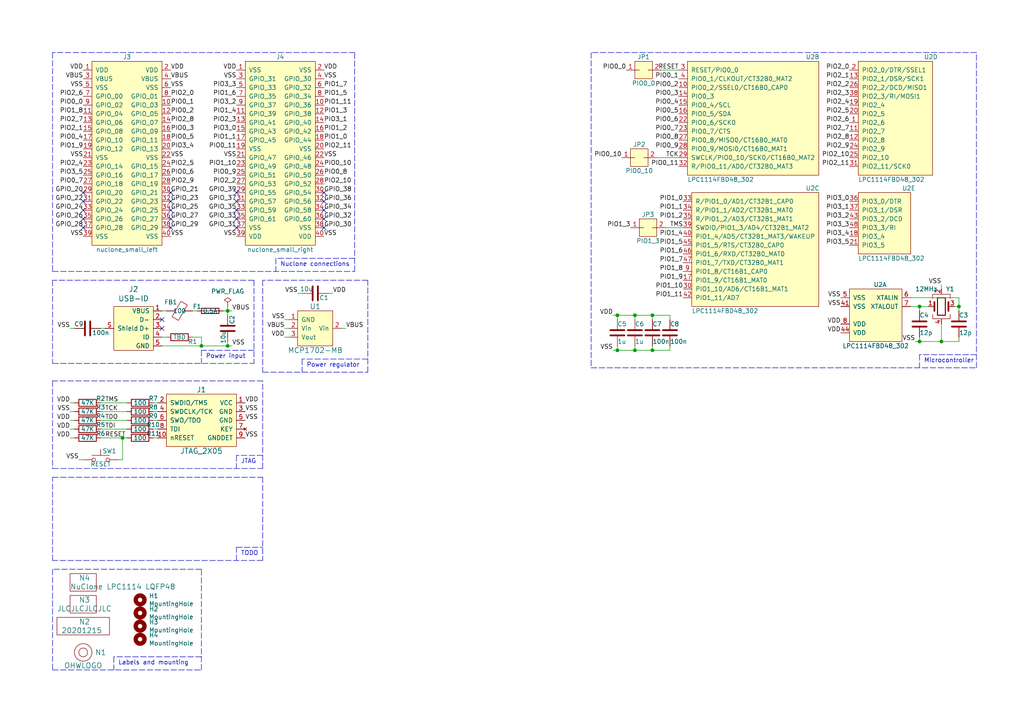
<source format=kicad_sch>
(kicad_sch (version 20211123) (generator eeschema)
  (paper "A4")
  (lib_symbols
    (symbol "Device:C" (pin_numbers hide) (pin_names (offset 0.254))
      (property "Reference" "C" (at 0.635 2.54 0))
      (property "Value" "C" (at 0.635 -2.54 0))
      (symbol "C_0_1"
        (polyline (pts (xy -2.032 -0.762) (xy 2.032 -0.762)) (stroke (width 0.508)))
        (polyline (pts (xy -2.032 0.762) (xy 2.032 0.762)) (stroke (width 0.508)))
      )
      (symbol "C_1_1"
        (pin passive line (at 0 3.81 270) (length 2.794) (name "~") (number "1"))
        (pin passive line (at 0 -3.81 90) (length 2.794) (name "~") (number "2"))
      )
    )
    (symbol "Device:Crystal_GND24" (pin_names (offset 1.016) hide)
      (property "Reference" "Y" (at 3.175 5.08 0))
      (property "Value" "Crystal_GND24" (at 3.175 3.175 0))
      (symbol "Crystal_GND24_0_1"
        (rectangle (start -1.143 2.54) (end 1.143 -2.54) (stroke (width 0.3048)))
        (polyline (pts (xy -2.54 0) (xy -2.032 0)))
        (polyline (pts (xy -2.032 -1.27) (xy -2.032 1.27)) (stroke (width 0.508)))
        (polyline (pts (xy 0 -3.81) (xy 0 -3.556)))
        (polyline (pts (xy 0 3.556) (xy 0 3.81)))
        (polyline (pts (xy 2.032 -1.27) (xy 2.032 1.27)) (stroke (width 0.508)))
        (polyline (pts (xy 2.032 0) (xy 2.54 0)))
        (polyline (pts (xy -2.54 -2.286) (xy -2.54 -3.556) (xy 2.54 -3.556) (xy 2.54 -2.286)))
        (polyline (pts (xy -2.54 2.286) (xy -2.54 3.556) (xy 2.54 3.556) (xy 2.54 2.286)))
      )
      (symbol "Crystal_GND24_1_1"
        (pin passive line (at -3.81 0 0) (length 1.27) (name "1") (number "1"))
        (pin passive line (at 0 5.08 270) (length 1.27) (name "2") (number "2"))
        (pin passive line (at 3.81 0 180) (length 1.27) (name "3") (number "3"))
        (pin passive line (at 0 -5.08 90) (length 1.27) (name "4") (number "4"))
      )
    )
    (symbol "Device:FerriteBead" (pin_numbers hide) (pin_names (offset 0))
      (property "Reference" "FB" (at -3.81 0.635 90))
      (property "Value" "FerriteBead" (at 3.81 0 90))
      (symbol "FerriteBead_0_1"
        (polyline (pts (xy 0 -1.27) (xy 0 -1.2192)))
        (polyline (pts (xy 0 1.27) (xy 0 1.2954)))
        (polyline (pts (xy -2.7686 0.4064) (xy -1.7018 2.2606) (xy 2.7686 -0.3048) (xy 1.6764 -2.159) (xy -2.7686 0.4064)))
      )
      (symbol "FerriteBead_1_1"
        (pin passive line (at 0 3.81 270) (length 2.54) (name "~") (number "1"))
        (pin passive line (at 0 -3.81 90) (length 2.54) (name "~") (number "2"))
      )
    )
    (symbol "Device:Fuse" (pin_numbers hide) (pin_names (offset 0))
      (property "Reference" "F" (at 2.032 0 90))
      (property "Value" "Fuse" (at -1.905 0 90))
      (symbol "Fuse_0_1"
        (rectangle (start -0.762 -2.54) (end 0.762 2.54) (stroke (width 0.254)))
        (polyline (pts (xy 0 2.54) (xy 0 -2.54)))
      )
      (symbol "Fuse_1_1"
        (pin passive line (at 0 3.81 270) (length 1.27) (name "~") (number "1"))
        (pin passive line (at 0 -3.81 90) (length 1.27) (name "~") (number "2"))
      )
    )
    (symbol "Device:R" (pin_numbers hide) (pin_names (offset 0))
      (property "Reference" "R" (at 2.032 0 90))
      (property "Value" "R" (at 0 0 90))
      (symbol "R_0_1"
        (rectangle (start -1.016 -2.54) (end 1.016 2.54) (stroke (width 0.254)))
      )
      (symbol "R_1_1"
        (pin passive line (at 0 3.81 270) (length 1.27) (name "~") (number "1"))
        (pin passive line (at 0 -3.81 90) (length 1.27) (name "~") (number "2"))
      )
    )
    (symbol "Mechanical:MountingHole" (pin_names (offset 1.016))
      (property "Reference" "H" (at 0 5.08 0))
      (property "Value" "MountingHole" (at 0 3.175 0))
      (symbol "MountingHole_0_1"
        (circle (center 0 0) (radius 1.27) (stroke (width 1.27)))
      )
    )
    (symbol "SquantorConnectorsNamed:JTAG_2X05_IN" (pin_names (offset 1.016))
      (property "Reference" "J" (at 0 8.89 0))
      (property "Value" "JTAG_2X05_IN" (at 0 -8.89 0))
      (symbol "JTAG_2X05_IN_0_1"
        (rectangle (start -10.16 7.62) (end 10.16 -7.62) (fill (type background)))
      )
      (symbol "JTAG_2X05_IN_1_1"
        (pin power_in line (at 12.7 5.08 180) (length 2.54) (name "VCC") (number "1"))
        (pin open_collector line (at -12.7 -5.08 0) (length 2.54) (name "nRESET") (number "10"))
        (pin bidirectional line (at -12.7 5.08 0) (length 2.54) (name "SWDIO/TMS") (number "2"))
        (pin power_in line (at 12.7 2.54 180) (length 2.54) (name "GND") (number "3"))
        (pin output line (at -12.7 2.54 0) (length 2.54) (name "SWDCLK/TCK") (number "4"))
        (pin power_in line (at 12.7 0 180) (length 2.54) (name "GND") (number "5"))
        (pin output line (at -12.7 0 0) (length 2.54) (name "SWO/TDO") (number "6"))
        (pin no_connect line (at 12.7 -2.54 180) (length 2.54) (name "KEY") (number "7"))
        (pin input line (at -12.7 -2.54 0) (length 2.54) (name "TDI") (number "8"))
        (pin power_in line (at 12.7 -5.08 180) (length 2.54) (name "GNDDET") (number "9"))
      )
    )
    (symbol "SquantorConnectorsNamed:nuclone_medium_left" (pin_names (offset 1.016))
      (property "Reference" "J" (at 0 27.94 0))
      (property "Value" "nuclone_medium_left" (at 0 -27.94 0))
      (symbol "nuclone_medium_left_0_1"
        (rectangle (start -10.16 26.67) (end 10.16 -26.67) (fill (type background)))
      )
      (symbol "nuclone_medium_left_1_1"
        (pin power_in line (at -12.7 24.13 0) (length 2.54) (name "VDD") (number "1"))
        (pin bidirectional line (at 12.7 13.97 180) (length 2.54) (name "GPIO_03") (number "10"))
        (pin bidirectional line (at -12.7 11.43 0) (length 2.54) (name "GPIO_04") (number "11"))
        (pin bidirectional line (at 12.7 11.43 180) (length 2.54) (name "GPIO_05") (number "12"))
        (pin bidirectional line (at -12.7 8.89 0) (length 2.54) (name "GPIO_06") (number "13"))
        (pin bidirectional line (at 12.7 8.89 180) (length 2.54) (name "GPIO_07") (number "14"))
        (pin bidirectional line (at -12.7 6.35 0) (length 2.54) (name "GPIO_08") (number "15"))
        (pin bidirectional line (at 12.7 6.35 180) (length 2.54) (name "GPIO_09") (number "16"))
        (pin bidirectional line (at -12.7 3.81 0) (length 2.54) (name "GPIO_10") (number "17"))
        (pin bidirectional line (at 12.7 3.81 180) (length 2.54) (name "GPIO_11") (number "18"))
        (pin bidirectional line (at -12.7 1.27 0) (length 2.54) (name "GPIO_12") (number "19"))
        (pin power_in line (at 12.7 24.13 180) (length 2.54) (name "VDD") (number "2"))
        (pin bidirectional line (at 12.7 1.27 180) (length 2.54) (name "GPIO_13") (number "20"))
        (pin power_in line (at -12.7 -1.27 0) (length 2.54) (name "VSS") (number "21"))
        (pin power_in line (at 12.7 -1.27 180) (length 2.54) (name "VSS") (number "22"))
        (pin bidirectional line (at -12.7 -3.81 0) (length 2.54) (name "GPIO_14") (number "23"))
        (pin bidirectional line (at 12.7 -3.81 180) (length 2.54) (name "GPIO_15") (number "24"))
        (pin bidirectional line (at -12.7 -6.35 0) (length 2.54) (name "GPIO_16") (number "25"))
        (pin bidirectional line (at 12.7 -6.35 180) (length 2.54) (name "GPIO_17") (number "26"))
        (pin bidirectional line (at -12.7 -8.89 0) (length 2.54) (name "GPIO_18") (number "27"))
        (pin bidirectional line (at 12.7 -8.89 180) (length 2.54) (name "GPIO_19") (number "28"))
        (pin bidirectional line (at -12.7 -11.43 0) (length 2.54) (name "GPIO_20") (number "29"))
        (pin power_in line (at -12.7 21.59 0) (length 2.54) (name "VBUS") (number "3"))
        (pin bidirectional line (at 12.7 -11.43 180) (length 2.54) (name "GPIO_21") (number "30"))
        (pin bidirectional line (at -12.7 -13.97 0) (length 2.54) (name "GPIO_22") (number "31"))
        (pin bidirectional line (at 12.7 -13.97 180) (length 2.54) (name "GPIO_23") (number "32"))
        (pin bidirectional line (at -12.7 -16.51 0) (length 2.54) (name "GPIO_24") (number "33"))
        (pin bidirectional line (at 12.7 -16.51 180) (length 2.54) (name "GPIO_25") (number "34"))
        (pin bidirectional line (at -12.7 -19.05 0) (length 2.54) (name "GPIO_26") (number "35"))
        (pin bidirectional line (at 12.7 -19.05 180) (length 2.54) (name "GPIO_27") (number "36"))
        (pin bidirectional line (at -12.7 -21.59 0) (length 2.54) (name "GPIO_28") (number "37"))
        (pin bidirectional line (at 12.7 -21.59 180) (length 2.54) (name "GPIO_29") (number "38"))
        (pin power_in line (at -12.7 -24.13 0) (length 2.54) (name "VSS") (number "39"))
        (pin power_in line (at 12.7 21.59 180) (length 2.54) (name "VBUS") (number "4"))
        (pin power_in line (at 12.7 -24.13 180) (length 2.54) (name "VSS") (number "40"))
        (pin power_in line (at -12.7 19.05 0) (length 2.54) (name "VSS") (number "5"))
        (pin power_in line (at 12.7 19.05 180) (length 2.54) (name "VSS") (number "6"))
        (pin bidirectional line (at -12.7 16.51 0) (length 2.54) (name "GPIO_00") (number "7"))
        (pin bidirectional line (at 12.7 16.51 180) (length 2.54) (name "GPIO_01") (number "8"))
        (pin bidirectional line (at -12.7 13.97 0) (length 2.54) (name "GPIO_02") (number "9"))
      )
    )
    (symbol "SquantorConnectorsNamed:nuclone_medium_right" (pin_names (offset 1.016))
      (property "Reference" "J" (at 0 27.94 0))
      (property "Value" "nuclone_medium_right" (at 0 -27.94 0))
      (symbol "nuclone_medium_right_0_1"
        (rectangle (start 10.16 -26.67) (end -10.16 26.67) (fill (type background)))
      )
      (symbol "nuclone_medium_right_1_1"
        (pin power_in line (at 12.7 -24.13 180) (length 2.54) (name "VSS") (number "1"))
        (pin bidirectional line (at -12.7 -13.97 0) (length 2.54) (name "GPIO_36") (number "10"))
        (pin bidirectional line (at 12.7 -11.43 180) (length 2.54) (name "GPIO_39") (number "11"))
        (pin bidirectional line (at -12.7 -11.43 0) (length 2.54) (name "GPIO_38") (number "12"))
        (pin bidirectional line (at 12.7 -8.89 180) (length 2.54) (name "GPIO_41") (number "13"))
        (pin bidirectional line (at -12.7 -8.89 0) (length 2.54) (name "GPIO_40") (number "14"))
        (pin bidirectional line (at 12.7 -6.35 180) (length 2.54) (name "GPIO_43") (number "15"))
        (pin bidirectional line (at -12.7 -6.35 0) (length 2.54) (name "GPIO_42") (number "16"))
        (pin bidirectional line (at 12.7 -3.81 180) (length 2.54) (name "GPIO_45") (number "17"))
        (pin bidirectional line (at -12.7 -3.81 0) (length 2.54) (name "GPIO_44") (number "18"))
        (pin power_in line (at 12.7 -1.27 180) (length 2.54) (name "VSS") (number "19"))
        (pin power_in line (at -12.7 -24.13 0) (length 2.54) (name "VSS") (number "2"))
        (pin power_in line (at -12.7 -1.27 0) (length 2.54) (name "VSS") (number "20"))
        (pin bidirectional line (at 12.7 1.27 180) (length 2.54) (name "GPIO_47") (number "21"))
        (pin bidirectional line (at -12.7 1.27 0) (length 2.54) (name "GPIO_46") (number "22"))
        (pin bidirectional line (at 12.7 3.81 180) (length 2.54) (name "GPIO_49") (number "23"))
        (pin bidirectional line (at -12.7 3.81 0) (length 2.54) (name "GPIO_48") (number "24"))
        (pin bidirectional line (at 12.7 6.35 180) (length 2.54) (name "GPIO_51") (number "25"))
        (pin bidirectional line (at -12.7 6.35 0) (length 2.54) (name "GPIO_50") (number "26"))
        (pin bidirectional line (at 12.7 8.89 180) (length 2.54) (name "GPIO_53") (number "27"))
        (pin bidirectional line (at -12.7 8.89 0) (length 2.54) (name "GPIO_52") (number "28"))
        (pin bidirectional line (at 12.7 11.43 180) (length 2.54) (name "GPIO_55") (number "29"))
        (pin bidirectional line (at 12.7 -21.59 180) (length 2.54) (name "GPIO_31") (number "3"))
        (pin bidirectional line (at -12.7 11.43 0) (length 2.54) (name "GPIO_54") (number "30"))
        (pin bidirectional line (at 12.7 13.97 180) (length 2.54) (name "GPIO_57") (number "31"))
        (pin bidirectional line (at -12.7 13.97 0) (length 2.54) (name "GPIO_56") (number "32"))
        (pin bidirectional line (at 12.7 16.51 180) (length 2.54) (name "GPIO_59") (number "33"))
        (pin bidirectional line (at -12.7 16.51 0) (length 2.54) (name "GPIO_58") (number "34"))
        (pin bidirectional line (at 12.7 19.05 180) (length 2.54) (name "GPIO_61") (number "35"))
        (pin bidirectional line (at -12.7 19.05 0) (length 2.54) (name "GPIO_60") (number "36"))
        (pin power_in line (at 12.7 21.59 180) (length 2.54) (name "VSS") (number "37"))
        (pin power_in line (at -12.7 21.59 0) (length 2.54) (name "VSS") (number "38"))
        (pin power_in line (at 12.7 24.13 180) (length 2.54) (name "VDD") (number "39"))
        (pin bidirectional line (at -12.7 -21.59 0) (length 2.54) (name "GPIO_30") (number "4"))
        (pin power_in line (at -12.7 24.13 0) (length 2.54) (name "VDD") (number "40"))
        (pin bidirectional line (at 12.7 -19.05 180) (length 2.54) (name "GPIO_33") (number "5"))
        (pin bidirectional line (at -12.7 -19.05 0) (length 2.54) (name "GPIO_32") (number "6"))
        (pin bidirectional line (at 12.7 -16.51 180) (length 2.54) (name "GPIO_35") (number "7"))
        (pin bidirectional line (at -12.7 -16.51 0) (length 2.54) (name "GPIO_34") (number "8"))
        (pin bidirectional line (at 12.7 -13.97 180) (length 2.54) (name "GPIO_37") (number "9"))
      )
    )
    (symbol "SquantorLabels:Label" (pin_names (offset 1.016))
      (property "Reference" "N" (at 0 1.27 0))
      (property "Value" "Label" (at 0 -1.27 0))
      (symbol "Label_0_1"
        (rectangle (start -3.81 2.54) (end 3.81 -2.54))
      )
    )
    (symbol "SquantorLabels:OHWLOGO" (pin_names (offset 1.016))
      (property "Reference" "N" (at 0 3.81 0))
      (property "Value" "OHWLOGO" (at 0 -3.81 0))
      (symbol "OHWLOGO_0_1"
        (circle (center 0 0) (radius 1.27))
        (circle (center 0 0) (radius 2.54))
      )
    )
    (symbol "SquantorLabels:VYYYYMMDD" (pin_names (offset 1.016))
      (property "Reference" "N" (at 0 2.54 0))
      (property "Value" "VYYYYMMDD" (at 0 0 0))
      (symbol "VYYYYMMDD_0_1"
        (rectangle (start 7.62 -1.27) (end -7.62 3.81))
      )
    )
    (symbol "SquantorMicrochip:MCP1702-MB" (pin_names (offset 1.016))
      (property "Reference" "U" (at 0 6.35 0))
      (property "Value" "MCP1702-MB" (at 0 -6.35 0))
      (symbol "MCP1702-MB_0_1"
        (rectangle (start -5.08 5.08) (end 5.08 -5.08) (fill (type background)))
      )
      (symbol "MCP1702-MB_1_1"
        (pin power_in line (at -7.62 2.54 0) (length 2.54) (name "GND") (number "1"))
        (pin power_in line (at -7.62 0 0) (length 2.54) (name "Vin") (number "2"))
        (pin power_in line (at 7.62 0 180) (length 2.54) (name "Vin") (number "2"))
        (pin power_out line (at -7.62 -2.54 0) (length 2.54) (name "Vout") (number "3"))
      )
    )
    (symbol "SquantorNxp:LPC1114FBD48_302" (pin_names (offset 1.016))
      (property "Reference" "U" (at 0 17.78 0))
      (property "Value" "LPC1114FBD48_302" (at 0 -17.78 0))
      (symbol "LPC1114FBD48_302_1_1"
        (rectangle (start -7.62 7.62) (end 7.62 -7.62) (fill (type background)))
        (pin power_in line (at -10.16 2.54 0) (length 2.54) (name "VSS") (number "41"))
        (pin power_in line (at -10.16 -5.08 0) (length 2.54) (name "VDD") (number "44"))
        (pin power_in line (at -10.16 5.08 0) (length 2.54) (name "VSS") (number "5"))
        (pin passive line (at 10.16 5.08 180) (length 2.54) (name "XTALIN") (number "6"))
        (pin passive line (at 10.16 2.54 180) (length 2.54) (name "XTALOUT") (number "7"))
        (pin power_in line (at -10.16 -2.54 0) (length 2.54) (name "VDD") (number "8"))
      )
      (symbol "LPC1114FBD48_302_2_1"
        (rectangle (start -17.78 16.51) (end 20.32 -16.51) (fill (type background)))
        (pin bidirectional line (at -20.32 8.89 0) (length 2.54) (name "PIO0_2/SSEL0/CT16B0_CAP0") (number "10"))
        (pin bidirectional line (at -20.32 6.35 0) (length 2.54) (name "PIO0_3") (number "14"))
        (pin bidirectional line (at -20.32 3.81 0) (length 2.54) (name "PIO0_4/SCL") (number "15"))
        (pin bidirectional line (at -20.32 1.27 0) (length 2.54) (name "PIO0_5/SDA") (number "16"))
        (pin bidirectional line (at -20.32 -1.27 0) (length 2.54) (name "PIO0_6/SCK0") (number "22"))
        (pin bidirectional line (at -20.32 -3.81 0) (length 2.54) (name "PIO0_7/CTS") (number "23"))
        (pin bidirectional line (at -20.32 -6.35 0) (length 2.54) (name "PIO0_8/MISO0/CT16B0_MAT0") (number "27"))
        (pin bidirectional line (at -20.32 -8.89 0) (length 2.54) (name "PIO0_9/MOSI0/CT16B0_MAT1") (number "28"))
        (pin bidirectional line (at -20.32 -11.43 0) (length 2.54) (name "SWCLK/PIO0_10/SCK0/CT16B0_MAT2") (number "29"))
        (pin bidirectional line (at -20.32 13.97 0) (length 2.54) (name "RESET/PIO0_0") (number "3"))
        (pin bidirectional line (at -20.32 -13.97 0) (length 2.54) (name "R/PIO0_11/AD0/CT32B0_MAT3") (number "32"))
        (pin bidirectional line (at -20.32 11.43 0) (length 2.54) (name "PIO0_1/CLKOUT/CT32B0_MAT2") (number "4"))
      )
      (symbol "LPC1114FBD48_302_3_1"
        (rectangle (start -17.78 16.51) (end 19.05 -16.51) (fill (type background)))
        (pin bidirectional line (at -20.32 -8.89 0) (length 2.54) (name "PIO1_9/CT16B1_MAT0") (number "17"))
        (pin bidirectional line (at -20.32 -11.43 0) (length 2.54) (name "PIO1_10/AD6/CT16B1_MAT1") (number "30"))
        (pin bidirectional line (at -20.32 13.97 0) (length 2.54) (name "R/PIO1_0/AD1/CT32B1_CAP0") (number "33"))
        (pin bidirectional line (at -20.32 11.43 0) (length 2.54) (name "R/PIO1_1/AD2/CT32B1_MAT0") (number "34"))
        (pin bidirectional line (at -20.32 8.89 0) (length 2.54) (name "R/PIO1_2/AD3/CT32B1_MAT1") (number "35"))
        (pin bidirectional line (at -20.32 6.35 0) (length 2.54) (name "SWDIO/PIO1_3/AD4/CT32B1_MAT2") (number "39"))
        (pin bidirectional line (at -20.32 3.81 0) (length 2.54) (name "PIO1_4/AD5/CT32B1_MAT3/WAKEUP") (number "40"))
        (pin bidirectional line (at -20.32 -13.97 0) (length 2.54) (name "PIO1_11/AD7") (number "42"))
        (pin bidirectional line (at -20.32 1.27 0) (length 2.54) (name "PIO1_5/RTS/CT32B0_CAP0") (number "45"))
        (pin bidirectional line (at -20.32 -1.27 0) (length 2.54) (name "PIO1_6/RXD/CT32B0_MAT0") (number "46"))
        (pin bidirectional line (at -20.32 -3.81 0) (length 2.54) (name "PIO1_7/TXD/CT32B0_MAT1") (number "47"))
        (pin bidirectional line (at -20.32 -6.35 0) (length 2.54) (name "PIO1_8/CT16B1_CAP0") (number "9"))
      )
      (symbol "LPC1114FBD48_302_4_1"
        (rectangle (start -10.16 16.51) (end 11.43 -16.51) (fill (type background)))
        (pin bidirectional line (at -12.7 -1.27 0) (length 2.54) (name "PIO2_6") (number "1"))
        (pin bidirectional line (at -12.7 -3.81 0) (length 2.54) (name "PIO2_7") (number "11"))
        (pin bidirectional line (at -12.7 -6.35 0) (length 2.54) (name "PIO2_8") (number "12"))
        (pin bidirectional line (at -12.7 11.43 0) (length 2.54) (name "PIO2_1/DSR/SCK1") (number "13"))
        (pin bidirectional line (at -12.7 3.81 0) (length 2.54) (name "PIO2_4") (number "19"))
        (pin bidirectional line (at -12.7 13.97 0) (length 2.54) (name "PIO2_0/DTR/SSEL1") (number "2"))
        (pin bidirectional line (at -12.7 1.27 0) (length 2.54) (name "PIO2_5") (number "20"))
        (pin bidirectional line (at -12.7 -8.89 0) (length 2.54) (name "PIO2_9") (number "24"))
        (pin bidirectional line (at -12.7 -11.43 0) (length 2.54) (name "PIO2_10") (number "25"))
        (pin bidirectional line (at -12.7 8.89 0) (length 2.54) (name "PIO2_2/DCD/MISO1") (number "26"))
        (pin bidirectional line (at -12.7 -13.97 0) (length 2.54) (name "PIO2_11/SCK0") (number "31"))
        (pin bidirectional line (at -12.7 6.35 0) (length 2.54) (name "PIO2_3/RI/MOSI1") (number "38"))
      )
      (symbol "LPC1114FBD48_302_5_1"
        (rectangle (start -7.62 8.89) (end 7.62 -8.89) (fill (type background)))
        (pin bidirectional line (at -10.16 -3.81 0) (length 2.54) (name "PIO3_4") (number "18"))
        (pin bidirectional line (at -10.16 -6.35 0) (length 2.54) (name "PIO3_5") (number "21"))
        (pin bidirectional line (at -10.16 6.35 0) (length 2.54) (name "PIO3_0/DTR") (number "36"))
        (pin bidirectional line (at -10.16 3.81 0) (length 2.54) (name "PIO3_1/DSR") (number "37"))
        (pin bidirectional line (at -10.16 1.27 0) (length 2.54) (name "PIO3_2/DCD") (number "43"))
        (pin bidirectional line (at -10.16 -1.27 0) (length 2.54) (name "PIO3_3/RI") (number "48"))
      )
    )
    (symbol "SquantorSpecial:Solderjumper_2way_noconn" (pin_names (offset 1.016))
      (property "Reference" "JP" (at 0 3.81 0))
      (property "Value" "Solderjumper_2way_noconn" (at 0 -3.81 0))
      (symbol "Solderjumper_2way_noconn_0_1"
        (rectangle (start -2.54 2.54) (end 2.54 -2.54) (fill (type background)))
        (polyline (pts (xy -2.54 0) (xy -1.27 0)))
        (polyline (pts (xy 2.54 0) (xy 1.27 0)))
      )
      (symbol "Solderjumper_2way_noconn_1_1"
        (pin passive line (at -5.08 0 0) (length 2.54) (name "~") (number "1"))
        (pin passive line (at 5.08 0 180) (length 2.54) (name "~") (number "2"))
      )
    )
    (symbol "SquantorUsb:USB-ID" (pin_names (offset 1.016))
      (property "Reference" "J" (at 0 7.62 0))
      (property "Value" "USB-ID" (at 0 -7.62 0))
      (symbol "USB-ID_0_1"
        (rectangle (start -5.08 6.35) (end 6.35 -6.35) (fill (type background)))
      )
      (symbol "USB-ID_1_1"
        (pin power_out line (at 8.89 5.08 180) (length 2.54) (name "VBUS") (number "1"))
        (pin bidirectional line (at 8.89 2.54 180) (length 2.54) (name "D-") (number "2"))
        (pin bidirectional line (at 8.89 0 180) (length 2.54) (name "D+") (number "3"))
        (pin bidirectional line (at 8.89 -2.54 180) (length 2.54) (name "ID") (number "4"))
        (pin power_out line (at 8.89 -5.08 180) (length 2.54) (name "GND") (number "5"))
        (pin passive line (at -7.62 0 0) (length 2.54) (name "Shield") (number "S"))
      )
    )
    (symbol "Switch:SW_Push" (pin_numbers hide) (pin_names (offset 1.016) hide)
      (property "Reference" "SW" (at 1.27 2.54 0))
      (property "Value" "SW_Push" (at 0 -1.524 0))
      (symbol "SW_Push_0_1"
        (circle (center -2.032 0) (radius 0.508))
        (polyline (pts (xy 0 1.27) (xy 0 3.048)))
        (polyline (pts (xy 2.54 1.27) (xy -2.54 1.27)))
        (circle (center 2.032 0) (radius 0.508))
        (pin passive line (at -5.08 0 0) (length 2.54) (name "1") (number "1"))
        (pin passive line (at 5.08 0 180) (length 2.54) (name "2") (number "2"))
      )
    )
    (symbol "power:PWR_FLAG" (power) (pin_numbers hide) (pin_names (offset 0) hide)
      (property "Value" "PWR_FLAG" (at 0 3.81 0))
      (symbol "PWR_FLAG_0_0"
        (pin power_out line (at 0 0 90) (length 0) (name "pwr") (number "1"))
      )
      (symbol "PWR_FLAG_0_1"
        (polyline (pts (xy 0 0) (xy 0 1.27) (xy -1.016 1.905) (xy 0 2.54) (xy 1.016 1.905) (xy 0 1.27)))
      )
    )
  )
  (junction (at 66.04 100.33))
  (junction (at 179.07 91.44))
  (junction (at 266.7 99.06))
  (junction (at 184.15 91.44))
  (junction (at 66.04 90.17))
  (junction (at 184.15 101.6))
  (junction (at 278.13 88.9))
  (junction (at 58.42 100.33))
  (junction (at 35.56 127))
  (junction (at 266.7 88.9))
  (junction (at 273.05 99.06))
  (junction (at 179.07 101.6))
  (junction (at 189.23 101.6))
  (junction (at 189.23 91.44))
  (no_connect (at 93.98 63.5))
  (no_connect (at 24.13 58.42))
  (no_connect (at 24.13 55.88))
  (no_connect (at 93.98 58.42))
  (no_connect (at 68.58 66.04))
  (no_connect (at 24.13 60.96))
  (no_connect (at 49.53 66.04))
  (no_connect (at 46.99 95.25))
  (no_connect (at 24.13 63.5))
  (no_connect (at 68.58 63.5))
  (no_connect (at 49.53 60.96))
  (no_connect (at 93.98 66.04))
  (no_connect (at 49.53 63.5))
  (no_connect (at 49.53 58.42))
  (no_connect (at 68.58 58.42))
  (no_connect (at 68.58 60.96))
  (no_connect (at 93.98 60.96))
  (no_connect (at 24.13 66.04))
  (no_connect (at 93.98 55.88))
  (no_connect (at 49.53 55.88))
  (no_connect (at 68.58 55.88))
  (no_connect (at 46.99 92.71))
  (polyline (pts (xy 73.66 81.28) (xy 15.24 81.28)))
  (wire (pts (xy 82.55 97.79) (xy 83.82 97.79)))
  (polyline (pts (xy 106.68 104.14) (xy 87.63 104.14)))
  (wire (pts (xy 193.04 66.04) (xy 198.12 66.04)))
  (polyline (pts (xy 171.45 15.24) (xy 171.45 106.68)))
  (wire (pts (xy 35.56 133.35) (xy 34.29 133.35)))
  (wire (pts (xy 66.04 91.44) (xy 66.04 90.17)))
  (wire (pts (xy 265.43 99.06) (xy 266.7 99.06)))
  (wire (pts (xy 21.59 124.46) (xy 20.32 124.46)))
  (wire (pts (xy 46.99 97.79) (xy 48.26 97.79)))
  (wire (pts (xy 44.45 116.84) (xy 45.72 116.84)))
  (polyline (pts (xy 76.2 132.08) (xy 68.58 132.08)))
  (wire (pts (xy 55.88 90.17) (xy 57.15 90.17)))
  (wire (pts (xy 46.99 90.17) (xy 48.26 90.17)))
  (wire (pts (xy 179.07 101.6) (xy 184.15 101.6)))
  (wire (pts (xy 266.7 99.06) (xy 266.7 97.79)))
  (wire (pts (xy 24.13 133.35) (xy 22.86 133.35)))
  (wire (pts (xy 194.31 91.44) (xy 194.31 92.71)))
  (wire (pts (xy 189.23 91.44) (xy 194.31 91.44)))
  (wire (pts (xy 266.7 88.9) (xy 269.24 88.9)))
  (wire (pts (xy 179.07 92.71) (xy 179.07 91.44)))
  (wire (pts (xy 66.04 100.33) (xy 67.31 100.33)))
  (polyline (pts (xy 15.24 110.49) (xy 15.24 135.89)))
  (polyline (pts (xy 102.87 78.74) (xy 102.87 15.24)))
  (polyline (pts (xy 266.7 102.87) (xy 266.7 106.68)))
  (wire (pts (xy 196.85 45.72) (xy 190.5 45.72)))
  (wire (pts (xy 264.16 88.9) (xy 266.7 88.9)))
  (polyline (pts (xy 15.24 15.24) (xy 15.24 78.74)))
  (polyline (pts (xy 15.24 138.43) (xy 76.2 138.43)))
  (wire (pts (xy 44.45 121.92) (xy 45.72 121.92)))
  (polyline (pts (xy 106.68 81.28) (xy 76.2 81.28)))
  (wire (pts (xy 29.21 119.38) (xy 36.83 119.38)))
  (polyline (pts (xy 102.87 15.24) (xy 15.24 15.24)))
  (polyline (pts (xy 15.24 78.74) (xy 102.87 78.74)))
  (wire (pts (xy 82.55 92.71) (xy 83.82 92.71)))
  (polyline (pts (xy 76.2 135.89) (xy 76.2 110.49)))
  (polyline (pts (xy 58.42 165.1) (xy 15.24 165.1)))
  (wire (pts (xy 184.15 92.71) (xy 184.15 91.44)))
  (wire (pts (xy 66.04 99.06) (xy 66.04 100.33)))
  (wire (pts (xy 273.05 83.82) (xy 273.05 82.55)))
  (polyline (pts (xy 106.68 107.95) (xy 106.68 81.28)))
  (polyline (pts (xy 58.42 101.6) (xy 58.42 105.41)))
  (wire (pts (xy 29.21 121.92) (xy 36.83 121.92)))
  (polyline (pts (xy 80.01 74.93) (xy 80.01 78.74)))
  (wire (pts (xy 100.33 95.25) (xy 99.06 95.25)))
  (wire (pts (xy 29.21 95.25) (xy 30.48 95.25)))
  (polyline (pts (xy 171.45 106.68) (xy 283.21 106.68)))
  (wire (pts (xy 278.13 99.06) (xy 273.05 99.06)))
  (wire (pts (xy 184.15 91.44) (xy 189.23 91.44)))
  (wire (pts (xy 179.07 100.33) (xy 179.07 101.6)))
  (wire (pts (xy 58.42 100.33) (xy 66.04 100.33)))
  (wire (pts (xy 45.72 127) (xy 44.45 127)))
  (polyline (pts (xy 102.87 74.93) (xy 80.01 74.93)))
  (wire (pts (xy 177.8 91.44) (xy 179.07 91.44)))
  (wire (pts (xy 189.23 100.33) (xy 189.23 101.6)))
  (polyline (pts (xy 15.24 135.89) (xy 76.2 135.89)))
  (polyline (pts (xy 58.42 194.31) (xy 58.42 165.1)))
  (wire (pts (xy 20.32 127) (xy 21.59 127)))
  (wire (pts (xy 95.25 85.09) (xy 96.52 85.09)))
  (wire (pts (xy 44.45 119.38) (xy 45.72 119.38)))
  (polyline (pts (xy 76.2 81.28) (xy 76.2 107.95)))
  (polyline (pts (xy 68.58 132.08) (xy 68.58 135.89)))
  (wire (pts (xy 20.32 121.92) (xy 21.59 121.92)))
  (wire (pts (xy 273.05 99.06) (xy 266.7 99.06)))
  (wire (pts (xy 21.59 119.38) (xy 20.32 119.38)))
  (wire (pts (xy 86.36 85.09) (xy 87.63 85.09)))
  (polyline (pts (xy 15.24 105.41) (xy 73.66 105.41)))
  (polyline (pts (xy 73.66 101.6) (xy 58.42 101.6)))
  (wire (pts (xy 189.23 92.71) (xy 189.23 91.44)))
  (wire (pts (xy 278.13 86.36) (xy 278.13 88.9)))
  (wire (pts (xy 276.86 88.9) (xy 278.13 88.9)))
  (polyline (pts (xy 76.2 110.49) (xy 15.24 110.49)))
  (wire (pts (xy 264.16 86.36) (xy 278.13 86.36)))
  (wire (pts (xy 46.99 100.33) (xy 58.42 100.33)))
  (wire (pts (xy 266.7 88.9) (xy 266.7 90.17)))
  (polyline (pts (xy 76.2 138.43) (xy 76.2 162.56)))
  (wire (pts (xy 29.21 116.84) (xy 36.83 116.84)))
  (wire (pts (xy 66.04 90.17) (xy 64.77 90.17)))
  (wire (pts (xy 278.13 97.79) (xy 278.13 99.06)))
  (polyline (pts (xy 15.24 194.31) (xy 58.42 194.31)))
  (wire (pts (xy 184.15 101.6) (xy 189.23 101.6)))
  (polyline (pts (xy 76.2 107.95) (xy 106.68 107.95)))
  (wire (pts (xy 191.77 20.32) (xy 196.85 20.32)))
  (wire (pts (xy 20.32 116.84) (xy 21.59 116.84)))
  (wire (pts (xy 29.21 124.46) (xy 36.83 124.46)))
  (polyline (pts (xy 73.66 81.28) (xy 73.66 105.41)))
  (polyline (pts (xy 87.63 104.14) (xy 87.63 107.95)))
  (wire (pts (xy 83.82 95.25) (xy 82.55 95.25)))
  (polyline (pts (xy 68.58 158.75) (xy 76.2 158.75)))
  (polyline (pts (xy 76.2 162.56) (xy 15.24 162.56)))
  (wire (pts (xy 179.07 91.44) (xy 184.15 91.44)))
  (polyline (pts (xy 15.24 162.56) (xy 15.24 138.43)))
  (wire (pts (xy 184.15 100.33) (xy 184.15 101.6)))
  (wire (pts (xy 189.23 101.6) (xy 194.31 101.6)))
  (wire (pts (xy 36.83 127) (xy 35.56 127)))
  (wire (pts (xy 35.56 127) (xy 35.56 133.35)))
  (wire (pts (xy 29.21 127) (xy 35.56 127)))
  (polyline (pts (xy 68.58 162.56) (xy 68.58 158.75)))
  (polyline (pts (xy 33.02 190.5) (xy 33.02 194.31)))
  (wire (pts (xy 177.8 101.6) (xy 179.07 101.6)))
  (wire (pts (xy 67.31 90.17) (xy 66.04 90.17)))
  (polyline (pts (xy 15.24 165.1) (xy 15.24 194.31)))
  (wire (pts (xy 58.42 97.79) (xy 58.42 100.33)))
  (wire (pts (xy 278.13 88.9) (xy 278.13 90.17)))
  (wire (pts (xy 194.31 101.6) (xy 194.31 100.33)))
  (polyline (pts (xy 283.21 102.87) (xy 266.7 102.87)))
  (wire (pts (xy 55.88 97.79) (xy 58.42 97.79)))
  (polyline (pts (xy 58.42 190.5) (xy 33.02 190.5)))
  (polyline (pts (xy 15.24 81.28) (xy 15.24 105.41)))
  (polyline (pts (xy 283.21 106.68) (xy 283.21 15.24)))
  (wire (pts (xy 20.32 95.25) (xy 21.59 95.25)))
  (polyline (pts (xy 283.21 15.24) (xy 171.45 15.24)))
  (wire (pts (xy 45.72 124.46) (xy 44.45 124.46)))
  (wire (pts (xy 273.05 93.98) (xy 273.05 99.06)))
  (wire (pts (xy 66.04 90.17) (xy 66.04 88.9)))
  (text "TODO" (at 69.85 161.29 0) (effects (font (size 1.27 1.27)) (justify left bottom)))
  (text "Power input" (at 59.69 104.14 0) (effects (font (size 1.27 1.27)) (justify left bottom)))
  (text "Labels and mounting" (at 34.29 193.04 0) (effects (font (size 1.27 1.27)) (justify left bottom)))
  (text "Microcontroller" (at 267.97 105.41 0) (effects (font (size 1.27 1.27)) (justify left bottom)))
  (text "Nuclone connections" (at 81.28 77.47 0) (effects (font (size 1.27 1.27)) (justify left bottom)))
  (text "JTAG" (at 69.85 134.62 0) (effects (font (size 1.27 1.27)) (justify left bottom)))
  (text "Power regulator" (at 88.9 106.68 0) (effects (font (size 1.27 1.27)) (justify left bottom)))
  (label "VDD" (at 177.8 91.44 180))
  (label "PIO2_3" (at 246.38 27.94 180))
  (label "VSS" (at 273.05 82.55 180))
  (label "VDD" (at 71.12 116.84 0))
  (label "GPIO_35" (at 68.58 60.96 180))
  (label "PIO2_0" (at 49.53 27.94 0))
  (label "VSS" (at 71.12 119.38 0))
  (label "PIO1_5" (at 93.98 27.94 0))
  (label "VBUS" (at 67.31 90.17 0))
  (label "PIO1_6" (at 68.58 27.94 180))
  (label "VBUS" (at 49.53 22.86 0))
  (label "PIO0_3" (at 49.53 38.1 0))
  (label "PIO2_4" (at 246.38 30.48 180))
  (label "VSS" (at 93.98 45.72 0))
  (label "VDD" (at 20.32 124.46 180))
  (label "PIO1_8" (at 198.12 78.74 180))
  (label "PIO0_7" (at 24.13 53.34 180))
  (label "PIO0_11" (at 68.58 43.18 180))
  (label "PIO3_0" (at 68.58 38.1 180))
  (label "GPIO_20" (at 24.13 55.88 180))
  (label "PIO3_2" (at 246.38 63.5 180))
  (label "PIO3_3" (at 68.58 25.4 180))
  (label "PIO2_6" (at 246.38 35.56 180))
  (label "GPIO_36" (at 93.98 58.42 0))
  (label "VSS" (at 68.58 68.58 180))
  (label "PIO0_1" (at 196.85 22.86 180))
  (label "PIO1_9" (at 198.12 81.28 180))
  (label "PIO1_6" (at 198.12 73.66 180))
  (label "PIO0_2" (at 49.53 33.02 0))
  (label "VDD" (at 20.32 121.92 180))
  (label "GPIO_29" (at 49.53 66.04 0))
  (label "VSS" (at 49.53 68.58 0))
  (label "PIO3_3" (at 246.38 66.04 180))
  (label "PIO1_10" (at 198.12 83.82 180))
  (label "PIO0_2" (at 196.85 25.4 180))
  (label "GPIO_26" (at 24.13 63.5 180))
  (label "VDD" (at 24.13 20.32 180))
  (label "PIO2_6" (at 24.13 27.94 180))
  (label "VSS" (at 20.32 119.38 180))
  (label "GPIO_33" (at 68.58 63.5 180))
  (label "PIO0_10" (at 180.34 45.72 180))
  (label "GPIO_39" (at 68.58 55.88 180))
  (label "PIO3_1" (at 246.38 60.96 180))
  (label "VSS" (at 243.84 88.9 180))
  (label "PIO0_9" (at 68.58 50.8 180))
  (label "PIO0_8" (at 93.98 50.8 0))
  (label "RESET" (at 30.48 127 0))
  (label "PIO0_5" (at 49.53 40.64 0))
  (label "PIO1_7" (at 198.12 76.2 180))
  (label "PIO1_1" (at 68.58 40.64 180))
  (label "PIO2_10" (at 246.38 45.72 180))
  (label "PIO1_8" (at 24.13 33.02 180))
  (label "PIO2_8" (at 49.53 35.56 0))
  (label "PIO2_11" (at 93.98 43.18 0))
  (label "GPIO_32" (at 93.98 63.5 0))
  (label "GPIO_25" (at 49.53 60.96 0))
  (label "PIO0_4" (at 24.13 40.64 180))
  (label "VSS" (at 24.13 68.58 180))
  (label "VSS" (at 68.58 22.86 180))
  (label "VSS" (at 82.55 92.71 180))
  (label "PIO2_11" (at 246.38 48.26 180))
  (label "GPIO_21" (at 49.53 55.88 0))
  (label "PIO2_2" (at 246.38 25.4 180))
  (label "VSS" (at 86.36 85.09 180))
  (label "PIO1_1" (at 198.12 60.96 180))
  (label "GPIO_27" (at 49.53 63.5 0))
  (label "TCK" (at 196.85 45.72 180))
  (label "PIO0_7" (at 196.85 38.1 180))
  (label "PIO2_2" (at 68.58 53.34 180))
  (label "PIO2_3" (at 68.58 35.56 180))
  (label "GPIO_38" (at 93.98 55.88 0))
  (label "VDD" (at 243.84 96.52 180))
  (label "PIO2_9" (at 246.38 43.18 180))
  (label "VDD" (at 68.58 20.32 180))
  (label "GPIO_37" (at 68.58 58.42 180))
  (label "PIO2_1" (at 246.38 22.86 180))
  (label "PIO0_3" (at 196.85 27.94 180))
  (label "PIO2_7" (at 24.13 35.56 180))
  (label "PIO2_4" (at 24.13 48.26 180))
  (label "PIO1_0" (at 93.98 40.64 0))
  (label "VSS" (at 22.86 133.35 180))
  (label "VSS" (at 49.53 25.4 0))
  (label "PIO2_5" (at 49.53 48.26 0))
  (label "VSS" (at 49.53 45.72 0))
  (label "PIO2_0" (at 246.38 20.32 180))
  (label "GPIO_30" (at 93.98 66.04 0))
  (label "VSS" (at 243.84 86.36 180))
  (label "RESET" (at 196.85 20.32 180))
  (label "PIO3_1" (at 93.98 35.56 0))
  (label "GPIO_23" (at 49.53 58.42 0))
  (label "VDD" (at 20.32 116.84 180))
  (label "GPIO_22" (at 24.13 58.42 180))
  (label "PIO0_8" (at 196.85 40.64 180))
  (label "PIO1_3" (at 93.98 33.02 0))
  (label "PIO2_8" (at 246.38 40.64 180))
  (label "PIO0_0" (at 181.61 20.32 180))
  (label "PIO3_4" (at 246.38 68.58 180))
  (label "TMS" (at 30.48 116.84 0))
  (label "VDD" (at 243.84 93.98 180))
  (label "VSS" (at 93.98 22.86 0))
  (label "VDD" (at 82.55 97.79 180))
  (label "TCK" (at 30.48 119.38 0))
  (label "VSS" (at 93.98 68.58 0))
  (label "PIO0_10" (at 93.98 48.26 0))
  (label "PIO0_11" (at 196.85 48.26 180))
  (label "PIO3_0" (at 246.38 58.42 180))
  (label "PIO0_6" (at 196.85 35.56 180))
  (label "PIO2_1" (at 24.13 38.1 180))
  (label "PIO0_6" (at 49.53 50.8 0))
  (label "VSS" (at 71.12 127 0))
  (label "PIO1_5" (at 198.12 71.12 180))
  (label "VDD" (at 96.52 85.09 0))
  (label "VSS" (at 24.13 45.72 180))
  (label "VDD" (at 93.98 20.32 0))
  (label "VDD" (at 49.53 20.32 0))
  (label "VSS" (at 20.32 95.25 180))
  (label "VSS" (at 24.13 25.4 180))
  (label "PIO1_2" (at 198.12 63.5 180))
  (label "PIO1_9" (at 24.13 43.18 180))
  (label "PIO1_10" (at 68.58 48.26 180))
  (label "PIO1_2" (at 93.98 38.1 0))
  (label "PIO0_5" (at 196.85 33.02 180))
  (label "TDO" (at 30.48 121.92 0))
  (label "PIO0_4" (at 196.85 30.48 180))
  (label "PIO1_4" (at 198.12 68.58 180))
  (label "VSS" (at 177.8 101.6 180))
  (label "PIO1_3" (at 182.88 66.04 180))
  (label "GPIO_31" (at 68.58 66.04 180))
  (label "TDI" (at 30.48 124.46 0))
  (label "PIO1_11" (at 198.12 86.36 180))
  (label "PIO0_0" (at 24.13 30.48 180))
  (label "PIO3_2" (at 68.58 30.48 180))
  (label "PIO1_11" (at 93.98 30.48 0))
  (label "PIO2_9" (at 49.53 53.34 0))
  (label "PIO3_5" (at 24.13 50.8 180))
  (label "VBUS" (at 82.55 95.25 180))
  (label "VSS" (at 71.12 121.92 0))
  (label "TMS" (at 198.12 66.04 180))
  (label "VBUS" (at 100.33 95.25 0))
  (label "PIO3_5" (at 246.38 71.12 180))
  (label "PIO0_9" (at 196.85 43.18 180))
  (label "PIO3_4" (at 49.53 43.18 0))
  (label "PIO2_10" (at 93.98 53.34 0))
  (label "PIO2_5" (at 246.38 33.02 180))
  (label "VBUS" (at 24.13 22.86 180))
  (label "VDD" (at 20.32 127 180))
  (label "GPIO_28" (at 24.13 66.04 180))
  (label "PIO1_4" (at 68.58 33.02 180))
  (label "PIO1_0" (at 198.12 58.42 180))
  (label "PIO0_1" (at 49.53 30.48 0))
  (label "VSS" (at 67.31 100.33 0))
  (label "GPIO_24" (at 24.13 60.96 180))
  (label "GPIO_34" (at 93.98 60.96 0))
  (label "VSS" (at 68.58 45.72 180))
  (label "VSS" (at 265.43 99.06 180))
  (label "PIO2_7" (at 246.38 38.1 180))
  (label "PIO1_7" (at 93.98 25.4 0))
  (symbol (lib_id "SquantorLabels:OHWLOGO") (at 24.13 189.23 0) (unit 1)
    (property "Reference" "N1" (at 29.21 189.23 0) (effects (font (size 1.524 1.524))))
    (property "Value" "OHWLOGO" (at 24.13 193.04 0) (effects (font (size 1.524 1.524))))
    (property "Footprint" "Symbols:OSHW-Symbol_6.7x6mm_SilkScreen" (effects hide))
  )
  (symbol (lib_id "SquantorConnectorsNamed:JTAG_2X05_IN") (at 58.42 121.92 0) (unit 1)
    (property "Reference" "J1" (at 58.42 113.03 0) (effects (font (size 1.524 1.524))))
    (property "Value" "JTAG_2X05" (at 58.42 130.81 0) (effects (font (size 1.524 1.524))))
    (property "Footprint" "SquantorConnectors:Header-0127-2X05-H006" (effects hide))
  )
  (symbol (lib_id "Device:FerriteBead") (at 52.07 90.17 270) (unit 1)
    (property "Reference" "FB1" (at 49.53 87.63 90))
    (property "Value" "100" (at 52.07 90.17 90))
    (property "Footprint" "SquantorRcl:L_0603" (effects hide))
  )
  (symbol (lib_id "Device:Fuse") (at 60.96 90.17 270) (unit 1)
    (property "Reference" "F1" (at 57.15 88.9 90))
    (property "Value" "0.5A" (at 60.96 90.17 90))
    (property "Footprint" "SquantorRcl:F_0603_hand" (effects hide))
  )
  (symbol (lib_id "Device:C") (at 66.04 95.25 180) (unit 1)
    (property "Reference" "C2" (at 67.31 92.71 90))
    (property "Value" "10u" (at 64.77 97.79 90))
    (property "Footprint" "SquantorRcl:C_0603" (effects hide))
  )
  (symbol (lib_id "power:PWR_FLAG") (at 66.04 88.9 0) (unit 1)
    (property "Reference" "#FLG01" (effects hide))
    (property "Value" "PWR_FLAG" (at 66.04 84.5058 0))
  )
  (symbol (lib_id "Mechanical:MountingHole") (at 40.64 185.42 0) (unit 1)
    (property "Reference" "H4" (at 43.18 184.2516 0) (effects (justify left)))
    (property "Value" "MountingHole" (at 43.18 186.563 0) (effects (justify left)))
    (property "Footprint" "MountingHole:MountingHole_3.2mm_M3_Pad_Via" (effects hide))
  )
  (symbol (lib_id "Mechanical:MountingHole") (at 40.64 181.61 0) (unit 1)
    (property "Reference" "H3" (at 43.18 180.4416 0) (effects (justify left)))
    (property "Value" "MountingHole" (at 43.18 182.753 0) (effects (justify left)))
    (property "Footprint" "MountingHole:MountingHole_3.2mm_M3_Pad_Via" (effects hide))
  )
  (symbol (lib_id "Mechanical:MountingHole") (at 40.64 177.8 0) (unit 1)
    (property "Reference" "H2" (at 43.18 176.6316 0) (effects (justify left)))
    (property "Value" "MountingHole" (at 43.18 178.943 0) (effects (justify left)))
    (property "Footprint" "MountingHole:MountingHole_3.2mm_M3_Pad_Via" (effects hide))
  )
  (symbol (lib_id "Mechanical:MountingHole") (at 40.64 173.99 0) (unit 1)
    (property "Reference" "H1" (at 43.18 172.8216 0) (effects (justify left)))
    (property "Value" "MountingHole" (at 43.18 175.133 0) (effects (justify left)))
    (property "Footprint" "MountingHole:MountingHole_3.2mm_M3_Pad_Via" (effects hide))
  )
  (symbol (lib_id "SquantorLabels:VYYYYMMDD") (at 24.13 182.88 0) (unit 1)
    (property "Reference" "N2" (at 22.86 180.34 0) (effects (font (size 1.524 1.524)) (justify left)))
    (property "Value" "20201215" (at 17.78 182.88 0) (effects (font (size 1.524 1.524)) (justify left)))
    (property "Footprint" "SquantorLabels:Label_version" (effects hide))
  )
  (symbol (lib_id "SquantorMicrochip:MCP1702-MB") (at 91.44 95.25 0) (unit 1)
    (property "Reference" "U1" (at 91.44 88.9 0) (effects (font (size 1.524 1.524))))
    (property "Value" "MCP1702-MB" (at 91.44 101.6 0) (effects (font (size 1.524 1.524))))
    (property "Footprint" "SquantorIC:SOT89-SOT23-Dual-NXP" (effects hide))
  )
  (symbol (lib_id "Device:C") (at 91.44 85.09 270) (unit 1)
    (property "Reference" "C1" (at 93.98 86.36 90))
    (property "Value" "10u" (at 88.9 83.82 90))
    (property "Footprint" "SquantorRcl:C_0603" (effects hide))
  )
  (symbol (lib_id "SquantorConnectorsNamed:nuclone_medium_left") (at 36.83 44.45 0) (unit 1)
    (property "Reference" "J3" (at 36.83 16.51 0))
    (property "Value" "nuclone_small_left" (at 36.83 72.39 0))
    (property "Footprint" "SquantorConnectorsNamed:nuclone_medium_left" (effects hide))
  )
  (symbol (lib_id "SquantorConnectorsNamed:nuclone_medium_right") (at 81.28 44.45 180) (unit 1)
    (property "Reference" "J4" (at 81.28 16.51 0))
    (property "Value" "nuclone_small_right" (at 81.28 72.39 0))
    (property "Footprint" "SquantorConnectorsNamed:nuclone_medium_right" (effects hide))
  )
  (symbol (lib_id "SquantorLabels:Label") (at 24.13 175.26 0) (unit 1)
    (property "Reference" "N3" (at 22.86 173.99 0) (effects (font (size 1.524 1.524)) (justify left)))
    (property "Value" "JLCJLCJLCJLC" (at 16.51 176.53 0) (effects (font (size 1.524 1.524)) (justify left)))
    (property "Footprint" "SquantorLabels:Label_Generic" (effects hide))
  )
  (symbol (lib_id "Switch:SW_Push") (at 29.21 133.35 0) (unit 1)
    (property "Reference" "SW1" (at 31.75 130.81 0))
    (property "Value" "RESET" (at 29.21 134.62 0))
    (property "Footprint" "SquantorSwitches:DTSM3" (effects hide))
  )
  (symbol (lib_id "SquantorUsb:USB-ID") (at 38.1 95.25 0) (unit 1)
    (property "Reference" "J2" (at 38.735 83.8962 0) (effects (font (size 1.524 1.524))))
    (property "Value" "USB-ID" (at 38.735 86.5886 0) (effects (font (size 1.524 1.524))))
    (property "Footprint" "SquantorUsb:USB-muB-SMD_TH" (effects hide))
  )
  (symbol (lib_id "Device:R") (at 52.07 97.79 270) (unit 1)
    (property "Reference" "R1" (at 55.88 99.06 90))
    (property "Value" "TBD" (at 52.07 97.79 90))
    (property "Footprint" "SquantorRcl:R_0402_hand" (effects hide))
  )
  (symbol (lib_id "Device:C") (at 25.4 95.25 90) (unit 1)
    (property "Reference" "C9" (at 22.86 93.98 90))
    (property "Value" "100n" (at 29.21 96.52 90))
    (property "Footprint" "SquantorRcl:C_0805" (effects hide))
  )
  (symbol (lib_id "Device:R") (at 40.64 116.84 270) (unit 1)
    (property "Reference" "R7" (at 44.45 115.57 90))
    (property "Value" "100" (at 40.64 116.84 90))
    (property "Footprint" "SquantorRcl:R_0402_hand" (effects hide))
  )
  (symbol (lib_id "Device:R") (at 40.64 119.38 270) (unit 1)
    (property "Reference" "R8" (at 44.45 118.11 90))
    (property "Value" "100" (at 40.64 119.38 90))
    (property "Footprint" "SquantorRcl:R_0402_hand" (effects hide))
  )
  (symbol (lib_id "Device:R") (at 40.64 121.92 270) (unit 1)
    (property "Reference" "R9" (at 44.45 120.65 90))
    (property "Value" "100" (at 40.64 121.92 90))
    (property "Footprint" "SquantorRcl:R_0402_hand" (effects hide))
  )
  (symbol (lib_id "Device:R") (at 40.64 124.46 270) (unit 1)
    (property "Reference" "R10" (at 44.45 123.19 90))
    (property "Value" "100" (at 40.64 124.46 90))
    (property "Footprint" "SquantorRcl:R_0402_hand" (effects hide))
  )
  (symbol (lib_id "Device:R") (at 40.64 127 270) (unit 1)
    (property "Reference" "R11" (at 44.45 125.73 90))
    (property "Value" "100" (at 40.64 127 90))
    (property "Footprint" "SquantorRcl:R_0402_hand" (effects hide))
  )
  (symbol (lib_id "Device:R") (at 25.4 116.84 270) (unit 1)
    (property "Reference" "R2" (at 29.21 115.57 90))
    (property "Value" "47K" (at 25.4 116.84 90))
    (property "Footprint" "SquantorRcl:R_0402_hand" (effects hide))
  )
  (symbol (lib_id "Device:R") (at 25.4 119.38 270) (unit 1)
    (property "Reference" "R3" (at 29.21 118.11 90))
    (property "Value" "47K" (at 25.4 119.38 90))
    (property "Footprint" "SquantorRcl:R_0402_hand" (effects hide))
  )
  (symbol (lib_id "Device:R") (at 25.4 121.92 270) (unit 1)
    (property "Reference" "R4" (at 29.21 120.65 90))
    (property "Value" "47K" (at 25.4 121.92 90))
    (property "Footprint" "SquantorRcl:R_0402_hand" (effects hide))
  )
  (symbol (lib_id "Device:R") (at 25.4 124.46 270) (unit 1)
    (property "Reference" "R5" (at 29.21 123.19 90))
    (property "Value" "47K" (at 25.4 124.46 90))
    (property "Footprint" "SquantorRcl:R_0402_hand" (effects hide))
  )
  (symbol (lib_id "Device:R") (at 25.4 127 270) (unit 1)
    (property "Reference" "R6" (at 29.21 125.73 90))
    (property "Value" "47K" (at 25.4 127 90))
    (property "Footprint" "SquantorRcl:R_0402_hand" (effects hide))
  )
  (symbol (lib_id "Device:Crystal_GND24") (at 273.05 88.9 0) (unit 1)
    (property "Reference" "Y1" (at 274.32 83.82 0) (effects (justify left)))
    (property "Value" "12MHz" (at 265.43 83.82 0) (effects (justify left)))
    (property "Footprint" "SquantorCrystal:Crystal_3225_4" (effects hide))
  )
  (symbol (lib_id "SquantorNxp:LPC1114FBD48_302") (at 254 91.44 0) (unit 1)
    (property "Reference" "U2" (at 255.27 82.55 0))
    (property "Value" "LPC1114FBD48_302" (at 254 100.33 0))
    (property "Footprint" "SquantorIC:SOT313-2-NXP" (effects hide))
  )
  (symbol (lib_id "SquantorNxp:LPC1114FBD48_302") (at 217.17 34.29 0) (unit 2)
    (property "Reference" "U2" (at 233.68 16.51 0) (effects (justify left)))
    (property "Value" "LPC1114FBD48_302" (at 199.39 52.07 0) (effects (justify left)))
    (property "Footprint" "SquantorIC:SOT313-2-NXP" (effects hide))
  )
  (symbol (lib_id "SquantorNxp:LPC1114FBD48_302") (at 218.44 72.39 0) (unit 3)
    (property "Reference" "U2" (at 233.68 54.61 0) (effects (justify left)))
    (property "Value" "LPC1114FBD48_302" (at 200.66 90.17 0) (effects (justify left)))
    (property "Footprint" "SquantorIC:SOT313-2-NXP" (effects hide))
  )
  (symbol (lib_id "SquantorNxp:LPC1114FBD48_302") (at 259.08 34.29 0) (unit 4)
    (property "Reference" "U2" (at 267.97 16.51 0) (effects (justify left)))
    (property "Value" "LPC1114FBD48_302" (at 248.92 52.07 0) (effects (justify left)))
    (property "Footprint" "SquantorIC:SOT313-2-NXP" (effects hide))
  )
  (symbol (lib_id "SquantorNxp:LPC1114FBD48_302") (at 256.54 64.77 0) (unit 5)
    (property "Reference" "U2" (at 261.62 54.61 0) (effects (justify left)))
    (property "Value" "LPC1114FBD48_302" (at 248.92 74.93 0) (effects (justify left)))
    (property "Footprint" "SquantorIC:SOT313-2-NXP" (effects hide))
  )
  (symbol (lib_id "SquantorLabels:Label") (at 24.13 168.91 0) (unit 1)
    (property "Reference" "N4" (at 22.86 167.64 0) (effects (font (size 1.524 1.524)) (justify left)))
    (property "Value" "NuClone LPC1114 LQFP48" (at 20.32 170.18 0) (effects (font (size 1.524 1.524)) (justify left)))
    (property "Footprint" "SquantorLabels:Label_Generic" (effects hide))
  )
  (symbol (lib_id "Device:C") (at 194.31 96.52 0) (unit 1)
    (property "Reference" "C8" (at 194.31 93.98 0) (effects (justify left)))
    (property "Value" "100n" (at 194.31 99.06 0) (effects (justify left)))
    (property "Footprint" "SquantorRcl:C_0402" (effects hide))
  )
  (symbol (lib_id "Device:C") (at 189.23 96.52 0) (unit 1)
    (property "Reference" "C7" (at 189.23 93.98 0) (effects (justify left)))
    (property "Value" "100n" (at 189.23 99.06 0) (effects (justify left)))
    (property "Footprint" "SquantorRcl:C_0402" (effects hide))
  )
  (symbol (lib_id "Device:C") (at 184.15 96.52 0) (unit 1)
    (property "Reference" "C6" (at 184.15 93.98 0) (effects (justify left)))
    (property "Value" "1u" (at 184.15 99.06 0) (effects (justify left)))
    (property "Footprint" "SquantorRcl:C_0402" (effects hide))
  )
  (symbol (lib_id "Device:C") (at 179.07 96.52 0) (unit 1)
    (property "Reference" "C5" (at 179.07 93.98 0) (effects (justify left)))
    (property "Value" "1u" (at 179.07 99.06 0) (effects (justify left)))
    (property "Footprint" "SquantorRcl:C_0402" (effects hide))
  )
  (symbol (lib_id "Device:C") (at 278.13 93.98 0) (unit 1)
    (property "Reference" "C3" (at 278.13 91.44 0) (effects (justify left)))
    (property "Value" "12p" (at 278.13 96.52 0) (effects (justify left)))
    (property "Footprint" "SquantorRcl:C_0402" (effects hide))
  )
  (symbol (lib_id "Device:C") (at 266.7 93.98 0) (unit 1)
    (property "Reference" "C4" (at 266.7 91.44 0) (effects (justify left)))
    (property "Value" "12p" (at 266.7 96.52 0) (effects (justify left)))
    (property "Footprint" "SquantorRcl:C_0402" (effects hide))
  )
  (symbol (lib_id "SquantorSpecial:Solderjumper_2way_noconn") (at 187.96 66.04 0) (unit 1)
    (property "Reference" "JP3" (at 187.96 62.23 0))
    (property "Value" "PIO1_3" (at 187.96 69.85 0))
    (property "Footprint" "SquantorSpecial:solder_jumper_2way_noconn" (effects hide))
  )
  (symbol (lib_id "SquantorSpecial:Solderjumper_2way_noconn") (at 186.69 20.32 0) (unit 1)
    (property "Reference" "JP1" (at 186.69 16.51 0))
    (property "Value" "PIO0_0" (at 186.69 24.13 0))
    (property "Footprint" "SquantorSpecial:solder_jumper_2way_noconn" (effects hide))
  )
  (symbol (lib_id "SquantorSpecial:Solderjumper_2way_noconn") (at 185.42 45.72 0) (unit 1)
    (property "Reference" "JP2" (at 185.42 41.91 0))
    (property "Value" "PIO0_10" (at 185.42 49.53 0))
    (property "Footprint" "SquantorSpecial:solder_jumper_2way_noconn" (effects hide))
  )
)
</source>
